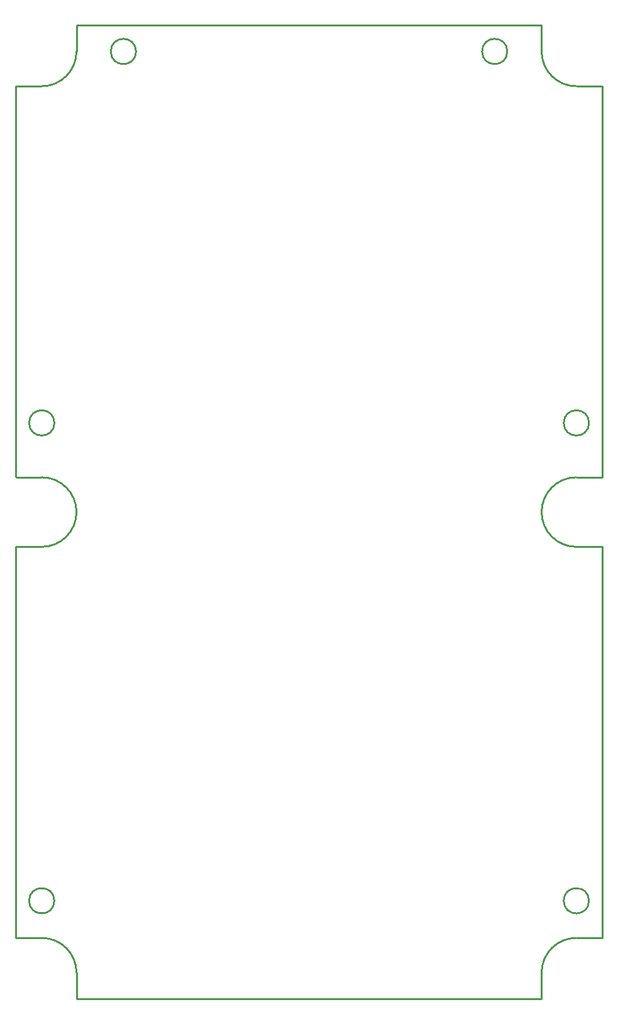
<source format=gko>
G04 Layer_Color=16711935*
%FSLAX25Y25*%
%MOIN*%
G70*
G01*
G75*
%ADD33C,0.01000*%
D33*
X13780Y483543D02*
G03*
X32205Y501968I0J18425D01*
G01*
X278819D02*
G03*
X297244Y483543I18425J0D01*
G01*
Y32205D02*
G03*
X278819Y13780I0J-18425D01*
G01*
X32205D02*
G03*
X13780Y32205I-18425J0D01*
G01*
X297244Y276299D02*
G03*
X297244Y239449I0J-18425D01*
G01*
X13780D02*
G03*
X13780Y276299I0J18425D01*
G01*
X20472Y305118D02*
G03*
X20472Y305118I-6693J0D01*
G01*
X303937Y51890D02*
G03*
X303937Y51890I-6693J0D01*
G01*
Y305118D02*
G03*
X303937Y305118I-6693J0D01*
G01*
X260630Y501968D02*
G03*
X260630Y501968I-6693J0D01*
G01*
X63779D02*
G03*
X63779Y501968I-6693J0D01*
G01*
X20472Y51890D02*
G03*
X20472Y51890I-6693J0D01*
G01*
X311061Y32205D02*
Y239449D01*
X297244Y32205D02*
X311061D01*
X297244Y239449D02*
X311061D01*
X32205Y0D02*
X278819D01*
X32205D02*
Y13780D01*
X278819Y0D02*
Y13780D01*
X-38Y32205D02*
X13780D01*
X-38D02*
Y239449D01*
X13780D01*
X310913Y276389D02*
X311024Y276500D01*
Y483445D01*
X0Y276500D02*
Y483500D01*
X297244Y276299D02*
X310823D01*
X310968Y483445D02*
X311024Y483500D01*
X32205Y516000D02*
X278819D01*
X32205Y501968D02*
Y516000D01*
X278819Y501968D02*
Y516000D01*
X0Y483500D02*
X17Y483517D01*
X43Y483543D02*
X13780D01*
X297244D02*
X310980D01*
X201Y276299D02*
X13780D01*
M02*

</source>
